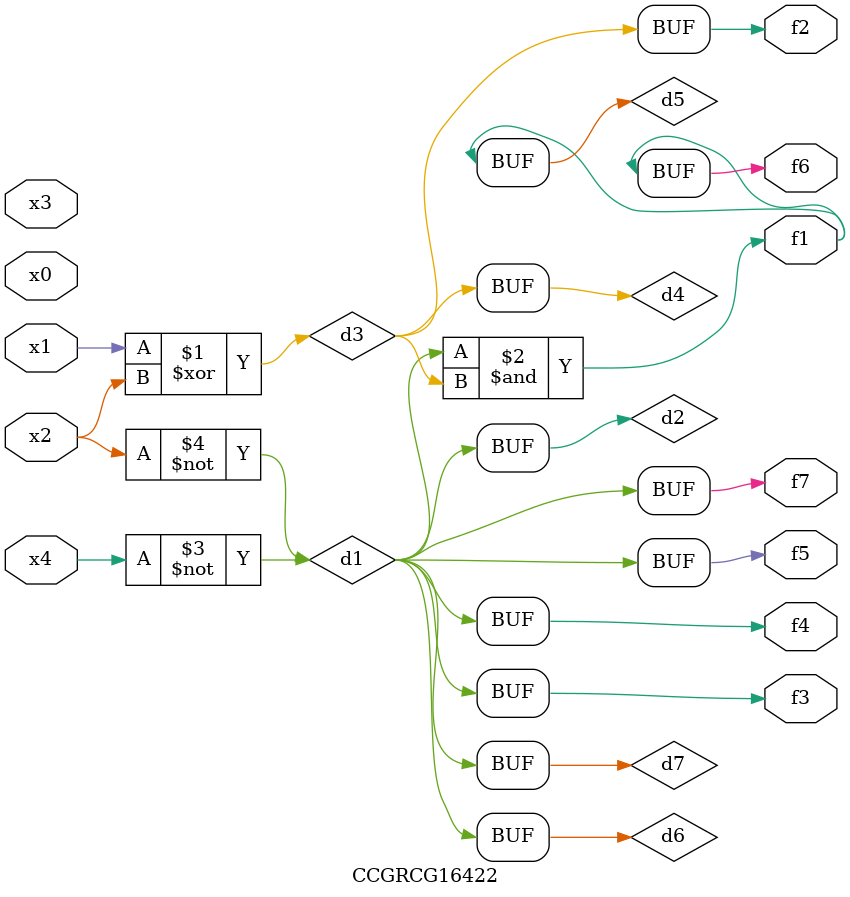
<source format=v>
module CCGRCG16422(
	input x0, x1, x2, x3, x4,
	output f1, f2, f3, f4, f5, f6, f7
);

	wire d1, d2, d3, d4, d5, d6, d7;

	not (d1, x4);
	not (d2, x2);
	xor (d3, x1, x2);
	buf (d4, d3);
	and (d5, d1, d3);
	buf (d6, d1, d2);
	buf (d7, d2);
	assign f1 = d5;
	assign f2 = d4;
	assign f3 = d7;
	assign f4 = d7;
	assign f5 = d7;
	assign f6 = d5;
	assign f7 = d7;
endmodule

</source>
